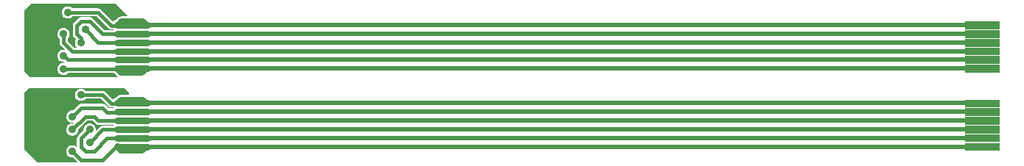
<source format=gbr>
G04 start of page 2 for group 0 idx 0 *
G04 Title: 4FF-FFC, top *
G04 Creator: pcb 20140316 *
G04 CreationDate: Sa 30 Aug 2014 12:40:55 GMT UTC *
G04 For: kevredon *
G04 Format: Gerber/RS-274X *
G04 PCB-Dimensions (mm): 152.40 127.00 *
G04 PCB-Coordinate-Origin: lower left *
%MOMM*%
%FSLAX43Y43*%
%LNTOP*%
%ADD17C,0.500*%
%ADD16C,0.900*%
%ADD15R,0.900X0.900*%
%ADD14C,0.750*%
%ADD13C,0.400*%
%ADD12C,0.500*%
%ADD11C,0.002*%
G54D11*G36*
X8799Y110441D02*X8192Y109834D01*
X8178Y109822D01*
X8132Y109768D01*
X8094Y109707D01*
X8067Y109641D01*
X8050Y109571D01*
X8050Y109571D01*
X8045Y109500D01*
X8046Y109482D01*
Y108518D01*
X8045Y108500D01*
X8049Y108441D01*
X7999Y108499D01*
X7915Y108571D01*
X7821Y108629D01*
X7718Y108672D01*
X7610Y108697D01*
X7500Y108706D01*
X7390Y108697D01*
X7282Y108672D01*
X7179Y108629D01*
X7085Y108571D01*
X7001Y108499D01*
X6929Y108415D01*
X6871Y108321D01*
X6828Y108218D01*
X6803Y108110D01*
X6794Y108000D01*
X6803Y107890D01*
X6828Y107782D01*
X6871Y107679D01*
X6929Y107585D01*
X7001Y107501D01*
X7085Y107429D01*
X7179Y107371D01*
X7282Y107328D01*
X7390Y107303D01*
X7500Y107294D01*
X7559Y107299D01*
X8108Y106750D01*
X3500D01*
X2000Y108250D01*
Y114750D01*
X2500Y115250D01*
X13500D01*
X14000Y114750D01*
Y114539D01*
X13142D01*
X13122Y114541D01*
X13043Y114534D01*
X12966Y114516D01*
X12893Y114486D01*
X12825Y114444D01*
X12825Y114444D01*
X12765Y114393D01*
X12752Y114378D01*
X12532Y114157D01*
X12525Y114157D01*
X12429Y114134D01*
X12338Y114096D01*
X12253Y114044D01*
X12178Y113980D01*
X12171Y113971D01*
X11334Y114808D01*
X11322Y114822D01*
X11268Y114868D01*
X11268Y114868D01*
X11207Y114906D01*
X11141Y114933D01*
X11071Y114950D01*
X11000Y114955D01*
X10982Y114954D01*
X9038D01*
X8999Y114999D01*
X8915Y115071D01*
X8821Y115129D01*
X8718Y115172D01*
X8610Y115197D01*
X8500Y115206D01*
X8390Y115197D01*
X8282Y115172D01*
X8179Y115129D01*
X8085Y115071D01*
X8001Y114999D01*
X7929Y114915D01*
X7871Y114821D01*
X7828Y114718D01*
X7803Y114610D01*
X7794Y114500D01*
X7803Y114390D01*
X7828Y114282D01*
X7871Y114179D01*
X7929Y114085D01*
X8001Y114001D01*
X8085Y113929D01*
X8179Y113871D01*
X8282Y113828D01*
X8390Y113803D01*
X8500Y113794D01*
X8610Y113803D01*
X8718Y113828D01*
X8821Y113871D01*
X8915Y113929D01*
X8999Y114001D01*
X9038Y114046D01*
X10812D01*
X11666Y113192D01*
X11678Y113178D01*
X11732Y113132D01*
X11732Y113132D01*
X11793Y113094D01*
X11859Y113067D01*
X11929Y113050D01*
X12000Y113045D01*
X12018Y113046D01*
X12227D01*
X12241Y113034D01*
X12178Y112980D01*
X12156Y112954D01*
X11688D01*
X11334Y113308D01*
X11322Y113322D01*
X11268Y113368D01*
X11268Y113368D01*
X11207Y113406D01*
X11141Y113433D01*
X11071Y113450D01*
X11000Y113455D01*
X10982Y113454D01*
X8518D01*
X8500Y113455D01*
X8429Y113450D01*
X8359Y113433D01*
X8293Y113406D01*
X8232Y113368D01*
X8232Y113368D01*
X8178Y113322D01*
X8166Y113308D01*
X7559Y112701D01*
X7500Y112706D01*
X7390Y112697D01*
X7282Y112672D01*
X7179Y112629D01*
X7085Y112571D01*
X7001Y112499D01*
X6929Y112415D01*
X6871Y112321D01*
X6828Y112218D01*
X6803Y112110D01*
X6794Y112000D01*
X6803Y111890D01*
X6828Y111782D01*
X6871Y111679D01*
X6929Y111585D01*
X7001Y111501D01*
X7085Y111429D01*
X7179Y111371D01*
X7282Y111328D01*
X7390Y111303D01*
X7500Y111294D01*
X7610Y111303D01*
X7676Y111318D01*
X7559Y111201D01*
X7500Y111206D01*
X7390Y111197D01*
X7282Y111172D01*
X7179Y111129D01*
X7085Y111071D01*
X7001Y110999D01*
X6929Y110915D01*
X6871Y110821D01*
X6828Y110718D01*
X6803Y110610D01*
X6794Y110500D01*
X6803Y110390D01*
X6828Y110282D01*
X6871Y110179D01*
X6929Y110085D01*
X7001Y110001D01*
X7085Y109929D01*
X7179Y109871D01*
X7282Y109828D01*
X7390Y109803D01*
X7500Y109794D01*
X7610Y109803D01*
X7718Y109828D01*
X7821Y109871D01*
X7915Y109929D01*
X7999Y110001D01*
X8071Y110085D01*
X8129Y110179D01*
X8172Y110282D01*
X8197Y110390D01*
X8204Y110500D01*
X8201Y110558D01*
X9188Y111546D01*
X9812D01*
X10166Y111192D01*
X10178Y111178D01*
X10232Y111132D01*
X10232Y111132D01*
X10293Y111094D01*
X10359Y111067D01*
X10429Y111050D01*
X10500Y111045D01*
X10518Y111046D01*
X12227D01*
X12241Y111034D01*
X12179Y110980D01*
X12156Y110954D01*
X11018D01*
X11000Y110955D01*
X10929Y110950D01*
X10859Y110933D01*
X10793Y110906D01*
X10732Y110868D01*
X10732Y110868D01*
X10678Y110822D01*
X10666Y110808D01*
X10182Y110324D01*
X10197Y110390D01*
X10204Y110500D01*
X10197Y110610D01*
X10172Y110718D01*
X10129Y110821D01*
X10071Y110915D01*
X9999Y110999D01*
X9915Y111071D01*
X9821Y111129D01*
X9718Y111172D01*
X9610Y111197D01*
X9500Y111206D01*
X9390Y111197D01*
X9282Y111172D01*
X9179Y111129D01*
X9085Y111071D01*
X9001Y110999D01*
X8929Y110915D01*
X8871Y110821D01*
X8828Y110718D01*
X8803Y110610D01*
X8794Y110500D01*
X8799Y110441D01*
G37*
G36*
X8055Y119954D02*X7688D01*
X6954Y120688D01*
Y120962D01*
X6999Y121001D01*
X7071Y121085D01*
X7129Y121179D01*
X7172Y121282D01*
X7197Y121390D01*
X7204Y121500D01*
X7197Y121610D01*
X7172Y121718D01*
X7129Y121821D01*
X7071Y121915D01*
X6999Y121999D01*
X6915Y122071D01*
X6821Y122129D01*
X6718Y122172D01*
X6610Y122197D01*
X6500Y122206D01*
X6390Y122197D01*
X6282Y122172D01*
X6179Y122129D01*
X6085Y122071D01*
X6001Y121999D01*
X5929Y121915D01*
X5871Y121821D01*
X5828Y121718D01*
X5803Y121610D01*
X5794Y121500D01*
X5803Y121390D01*
X5828Y121282D01*
X5871Y121179D01*
X5929Y121085D01*
X6001Y121001D01*
X6046Y120962D01*
Y120518D01*
X6045Y120500D01*
X6050Y120429D01*
X6067Y120359D01*
X6094Y120293D01*
X6132Y120232D01*
X6132Y120232D01*
X6178Y120178D01*
X6192Y120166D01*
X6676Y119682D01*
X6610Y119697D01*
X6500Y119706D01*
X6390Y119697D01*
X6282Y119672D01*
X6179Y119629D01*
X6085Y119571D01*
X6001Y119499D01*
X5929Y119415D01*
X5871Y119321D01*
X5828Y119218D01*
X5803Y119110D01*
X5794Y119000D01*
X5803Y118890D01*
X5828Y118782D01*
X5871Y118679D01*
X5929Y118585D01*
X6001Y118501D01*
X6085Y118429D01*
X6179Y118371D01*
X6282Y118328D01*
X6390Y118303D01*
X6500Y118294D01*
X6559Y118299D01*
X6632Y118225D01*
X6644Y118212D01*
X6681Y118181D01*
X6610Y118197D01*
X6500Y118206D01*
X6390Y118197D01*
X6282Y118172D01*
X6179Y118129D01*
X6085Y118071D01*
X6001Y117999D01*
X5929Y117915D01*
X5871Y117821D01*
X5828Y117718D01*
X5803Y117610D01*
X5794Y117500D01*
X5803Y117390D01*
X5828Y117282D01*
X5871Y117179D01*
X5929Y117085D01*
X6001Y117001D01*
X6085Y116929D01*
X6179Y116871D01*
X6282Y116828D01*
X6390Y116803D01*
X6500Y116794D01*
X6610Y116803D01*
X6718Y116828D01*
X6821Y116871D01*
X6915Y116929D01*
X6999Y117001D01*
X7038Y117046D01*
X12228D01*
X12254Y117023D01*
X12339Y116972D01*
X12420Y116938D01*
X12523Y116835D01*
X12550Y116770D01*
X12591Y116703D01*
X12643Y116643D01*
X12703Y116591D01*
X12737Y116570D01*
X2680D01*
X2000Y117250D01*
Y124250D01*
X2750Y125000D01*
X12500D01*
X13961Y123539D01*
X13142D01*
X13122Y123541D01*
X13043Y123534D01*
X12966Y123516D01*
X12893Y123486D01*
X12825Y123444D01*
X12825Y123444D01*
X12765Y123393D01*
X12752Y123378D01*
X12532Y123157D01*
X12525Y123157D01*
X12429Y123134D01*
X12338Y123096D01*
X12253Y123044D01*
X12178Y122980D01*
X12171Y122971D01*
X10834Y124308D01*
X10822Y124322D01*
X10768Y124368D01*
X10730Y124392D01*
X10707Y124406D01*
X10641Y124433D01*
X10571Y124450D01*
X10500Y124455D01*
X10482Y124454D01*
X7538D01*
X7499Y124499D01*
X7415Y124571D01*
X7321Y124629D01*
X7218Y124672D01*
X7110Y124697D01*
X7000Y124706D01*
X6890Y124697D01*
X6782Y124672D01*
X6679Y124629D01*
X6585Y124571D01*
X6501Y124499D01*
X6429Y124415D01*
X6371Y124321D01*
X6328Y124218D01*
X6303Y124110D01*
X6294Y124000D01*
X6303Y123890D01*
X6328Y123782D01*
X6371Y123679D01*
X6429Y123585D01*
X6501Y123501D01*
X6585Y123429D01*
X6679Y123371D01*
X6782Y123328D01*
X6890Y123303D01*
X7000Y123294D01*
X7110Y123303D01*
X7218Y123328D01*
X7321Y123371D01*
X7415Y123429D01*
X7499Y123501D01*
X7538Y123546D01*
X10312D01*
X11666Y122192D01*
X11678Y122178D01*
X11732Y122132D01*
X11732Y122132D01*
X11793Y122094D01*
X11859Y122067D01*
X11929Y122050D01*
X12000Y122045D01*
X12018Y122046D01*
X12227D01*
X12241Y122034D01*
X12178Y121980D01*
X12156Y121954D01*
X11188D01*
X9834Y123308D01*
X9822Y123322D01*
X9768Y123368D01*
X9730Y123392D01*
X9707Y123406D01*
X9641Y123433D01*
X9571Y123450D01*
X9500Y123455D01*
X9482Y123454D01*
X8518D01*
X8500Y123455D01*
X8429Y123450D01*
X8359Y123433D01*
X8293Y123406D01*
X8232Y123368D01*
X8232Y123368D01*
X8178Y123322D01*
X8166Y123308D01*
X7692Y122834D01*
X7678Y122822D01*
X7632Y122768D01*
X7594Y122707D01*
X7567Y122641D01*
X7550Y122571D01*
X7550Y122571D01*
X7545Y122500D01*
X7546Y122482D01*
Y121518D01*
X7545Y121500D01*
X7550Y121429D01*
X7567Y121359D01*
X7594Y121293D01*
X7632Y121232D01*
X7632Y121232D01*
X7678Y121178D01*
X7692Y121166D01*
X7935Y120923D01*
X7929Y120915D01*
X7871Y120821D01*
X7828Y120718D01*
X7803Y120610D01*
X7794Y120500D01*
X7803Y120390D01*
X7828Y120282D01*
X7871Y120179D01*
X7929Y120085D01*
X8001Y120001D01*
X8055Y119954D01*
G37*
G54D12*X112129Y122534D02*X14129D01*
X14129Y122534D01*
X14128Y122535D02*X14129Y122534D01*
X112129Y121534D02*X14129D01*
X112129Y120534D02*X14129D01*
Y121534D02*X14129Y121534D01*
X14129Y120534D02*X14129Y120534D01*
X14118Y120536D02*X14120Y120534D01*
X14117Y121536D02*X14122Y121541D01*
X112129Y119534D02*X14129D01*
X112129Y118534D02*X14129D01*
X112129Y117534D02*X14129D01*
X14129Y117534D01*
X14129Y119534D02*X14129Y119534D01*
X14129Y118534D02*X14129Y118534D01*
X14113Y118536D02*X14122Y118527D01*
X14113Y119536D02*X14122Y119527D01*
G54D13*X14466Y118500D02*X14500Y118534D01*
G54D14*X16124Y119534D02*X12625D01*
X16120Y121534D02*X12624D01*
X16124Y120534D02*X12625D01*
G54D12*X15500Y117000D02*X16122Y117534D01*
X15500Y117000D02*X13000D01*
G54D13*Y117034D01*
G54D14*X16124Y118534D02*X12625D01*
G54D12*X14132Y117536D02*X13122D01*
G54D14*X16124Y117534D02*X12625D01*
X12623Y117536D01*
G54D13*X13000Y117000D02*X12500Y117500D01*
G54D12*X14129Y113534D02*X14129Y113534D01*
X14129Y112534D02*X14129Y112534D01*
X15620Y114035D02*X13122D01*
G54D14*X16124Y111534D02*X12625D01*
X16124Y110534D02*X12625D01*
X16124Y109534D02*X12625D01*
G54D12*X14132Y108536D02*X13122D01*
G54D14*X16120Y113534D02*X12624D01*
X16120Y112534D02*X12624D01*
G54D12*X13122Y114035D02*X12621Y113534D01*
X14129Y111534D02*X14129Y111534D01*
X14129Y110534D02*X14129Y110534D01*
X14113Y110536D02*X14122Y110527D01*
X14118Y111536D02*X14120Y111534D01*
X14117Y112536D02*X14122Y112541D01*
X14128Y113535D02*X14129Y113534D01*
X112129D02*X14129D01*
X112129Y112534D02*X14129D01*
X112129Y111534D02*X14129D01*
X15620Y114035D02*X16122Y113534D01*
X112129Y109534D02*X14129D01*
X112129Y108534D02*X14129D01*
Y109534D02*X14129Y109534D01*
X14113Y109536D02*X14122Y109527D01*
X14129Y108534D02*X14129Y108534D01*
G54D13*X14466Y109500D02*X14500Y109534D01*
G54D12*X112129Y110534D02*X14129D01*
X13122Y123035D02*X12621Y122534D01*
G54D13*X12000Y122500D02*X14000D01*
X11000Y121500D02*X14000D01*
X6500Y117500D02*X14000D01*
X14129Y118534D02*X6966D01*
X6500Y119000D01*
X7500Y119500D02*X14000D01*
X10500Y120500D02*X14000D01*
X6500Y121500D02*Y120500D01*
X7500Y119500D01*
X8500Y120500D02*Y121000D01*
X8000Y121500D01*
X10500Y124000D02*X12000Y122500D01*
X9500Y123000D02*X11000Y121500D01*
X9000Y122000D02*X10500Y120500D01*
X7000Y124000D02*X10500D01*
X8000Y121500D02*Y122500D01*
X8500Y123000D01*
X9500D01*
X8500Y114500D02*X11000D01*
X12000Y113500D01*
X13500D01*
X8500Y113000D02*X11000D01*
X9000Y112000D02*X10000D01*
X10500Y111500D01*
X11000Y113000D02*X11500Y112500D01*
X14000D01*
X10500Y111500D02*X14000D01*
X7500Y112000D02*X8500Y113000D01*
X7500Y110500D02*X9000Y112000D01*
X9500Y110500D02*X8500Y109500D01*
Y108500D01*
X9000Y108000D01*
X10000D01*
X11500Y109500D01*
X9500Y109000D02*X11000Y110500D01*
G54D14*X12625Y108534D02*X12623Y108536D01*
G54D13*X13000Y108000D02*X12500Y108500D01*
X11500Y109500D02*X14096D01*
X11000Y110500D02*X14000D01*
X7500Y108000D02*X8500Y107000D01*
X11000D01*
X12500Y108500D01*
G54D12*X15620Y123035D02*X16122Y122534D01*
X15620Y123035D02*X13122D01*
G54D14*X16120Y122534D02*X12624D01*
G54D12*X15500Y108000D02*X16122Y108534D01*
X15500Y108000D02*X13000D01*
G54D14*X16124Y108534D02*X12625D01*
G54D15*X110450Y110500D02*X113550D01*
X110450Y118500D02*X113550D01*
X110450Y117500D02*X113550D01*
X110450Y113500D02*X113550D01*
X110450Y122500D02*X113550D01*
X110450Y121500D02*X113550D01*
X110450Y120500D02*X113550D01*
X110450Y119500D02*X113550D01*
X110450Y112500D02*X113550D01*
X110450Y111500D02*X113550D01*
X110450Y109500D02*X113550D01*
X110450Y108500D02*X113550D01*
G54D16*X6500Y117500D03*
Y119000D03*
Y121500D03*
X7000Y124000D03*
X8500Y120500D03*
X9000Y122000D03*
X7500Y110500D03*
Y112000D03*
X8500Y114500D03*
X9500Y110500D03*
X7500Y108000D03*
X9500Y109000D03*
G54D17*M02*

</source>
